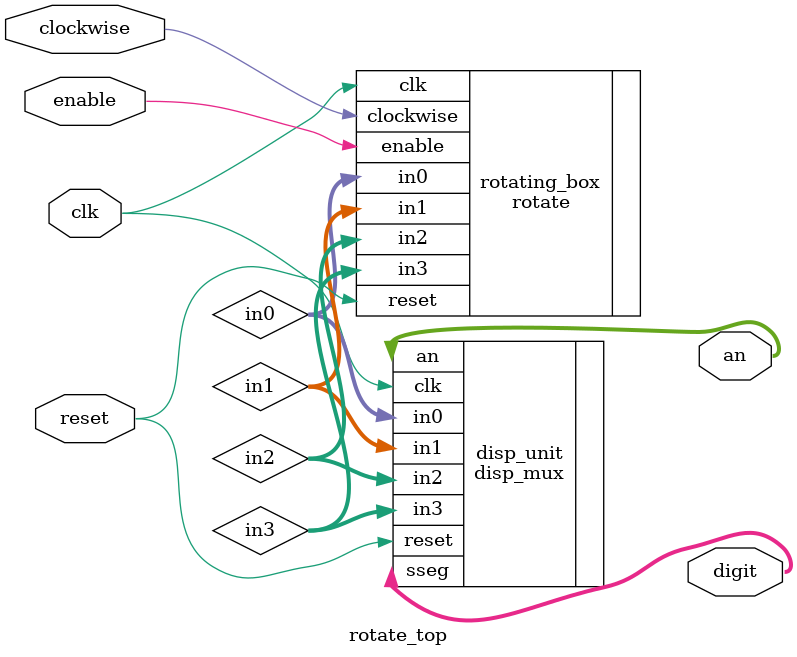
<source format=v>
module rotate_top(
                  input wire clk,
                  input wire reset,
                  input wire enable,
                  input wire clockwise,

                  output wire [3:0] an,
                  output wire [7:0] digit
                  );

   reg [7:0]                       in0;
   reg [7:0]                       in1;
   reg [7:0]                       in2;
   reg [7:0]                       in3;

   rotate rotating_box
     (.clk(clk),
      .reset(reset),
      .enable(enable),
      .clockwise(clockwise),
      .in0(in0),
      .in1(in1),
      .in2(in2),
      .in3(in3));

   disp_mux disp_unit
     (.clk(clk),
      .reset(reset),
      .in0(in0),
      .in1(in1),
      .in2(in2),
      .in3(in3),
      .an(an),
      .sseg(digit));

endmodule // rotate_top

</source>
